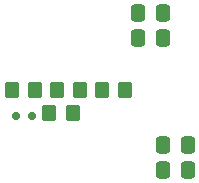
<source format=gbp>
G04 #@! TF.GenerationSoftware,KiCad,Pcbnew,7.0.10-7.0.10~ubuntu23.10.1*
G04 #@! TF.CreationDate,2024-03-29T23:33:31+01:00*
G04 #@! TF.ProjectId,ledBoard,6c656442-6f61-4726-942e-6b696361645f,rev?*
G04 #@! TF.SameCoordinates,Original*
G04 #@! TF.FileFunction,Paste,Bot*
G04 #@! TF.FilePolarity,Positive*
%FSLAX46Y46*%
G04 Gerber Fmt 4.6, Leading zero omitted, Abs format (unit mm)*
G04 Created by KiCad (PCBNEW 7.0.10-7.0.10~ubuntu23.10.1) date 2024-03-29 23:33:31*
%MOMM*%
%LPD*%
G01*
G04 APERTURE LIST*
G04 Aperture macros list*
%AMRoundRect*
0 Rectangle with rounded corners*
0 $1 Rounding radius*
0 $2 $3 $4 $5 $6 $7 $8 $9 X,Y pos of 4 corners*
0 Add a 4 corners polygon primitive as box body*
4,1,4,$2,$3,$4,$5,$6,$7,$8,$9,$2,$3,0*
0 Add four circle primitives for the rounded corners*
1,1,$1+$1,$2,$3*
1,1,$1+$1,$4,$5*
1,1,$1+$1,$6,$7*
1,1,$1+$1,$8,$9*
0 Add four rect primitives between the rounded corners*
20,1,$1+$1,$2,$3,$4,$5,0*
20,1,$1+$1,$4,$5,$6,$7,0*
20,1,$1+$1,$6,$7,$8,$9,0*
20,1,$1+$1,$8,$9,$2,$3,0*%
G04 Aperture macros list end*
%ADD10RoundRect,0.250000X0.337500X0.475000X-0.337500X0.475000X-0.337500X-0.475000X0.337500X-0.475000X0*%
%ADD11RoundRect,0.250000X0.350000X0.450000X-0.350000X0.450000X-0.350000X-0.450000X0.350000X-0.450000X0*%
%ADD12RoundRect,0.150000X-0.150000X-0.200000X0.150000X-0.200000X0.150000X0.200000X-0.150000X0.200000X0*%
%ADD13RoundRect,0.250000X-0.350000X-0.450000X0.350000X-0.450000X0.350000X0.450000X-0.350000X0.450000X0*%
G04 APERTURE END LIST*
D10*
X215921500Y-73808200D03*
X213846500Y-73808200D03*
X215921500Y-71674600D03*
X213846500Y-71674600D03*
X218059000Y-82829400D03*
X215984000Y-82829400D03*
X218059000Y-84963000D03*
X215984000Y-84963000D03*
D11*
X208950000Y-78150000D03*
X206950000Y-78150000D03*
D12*
X204875000Y-80375000D03*
X203475000Y-80375000D03*
D13*
X203150000Y-78150000D03*
X205150000Y-78150000D03*
D11*
X208325000Y-80125000D03*
X206325000Y-80125000D03*
X212750000Y-78150000D03*
X210750000Y-78150000D03*
M02*

</source>
